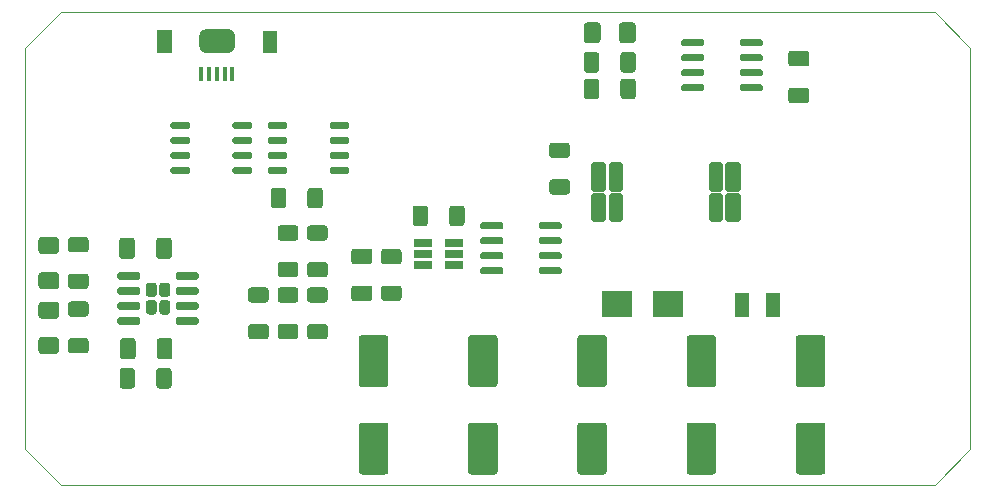
<source format=gbr>
%TF.GenerationSoftware,KiCad,Pcbnew,(5.1.10)-1*%
%TF.CreationDate,2021-06-27T16:28:37+02:00*%
%TF.ProjectId,BatteryBoost,42617474-6572-4794-926f-6f73742e6b69,rev?*%
%TF.SameCoordinates,Original*%
%TF.FileFunction,Paste,Top*%
%TF.FilePolarity,Positive*%
%FSLAX46Y46*%
G04 Gerber Fmt 4.6, Leading zero omitted, Abs format (unit mm)*
G04 Created by KiCad (PCBNEW (5.1.10)-1) date 2021-06-27 16:28:37*
%MOMM*%
%LPD*%
G01*
G04 APERTURE LIST*
%TA.AperFunction,Profile*%
%ADD10C,0.050000*%
%TD*%
%ADD11C,0.500000*%
%ADD12C,0.100000*%
%ADD13R,1.200000X2.000000*%
%ADD14R,1.560000X0.650000*%
%ADD15R,0.400000X1.250000*%
%ADD16R,2.500000X2.300000*%
G04 APERTURE END LIST*
D10*
X3000000Y-40000000D02*
X0Y-37000000D01*
X80000000Y-37000000D02*
X77000000Y-40000000D01*
X77000000Y0D02*
X80000000Y-3000000D01*
X0Y-3000000D02*
X3000000Y0D01*
X80000000Y-37000000D02*
X80000000Y-3000000D01*
X3000000Y-40000000D02*
X77000000Y-40000000D01*
X77000000Y0D02*
X3000000Y0D01*
X0Y-3000000D02*
X0Y-37000000D01*
D11*
%TO.C,L1*%
G36*
X48950000Y-15550000D02*
G01*
X48950000Y-17550000D01*
X48150000Y-17550000D01*
X48150000Y-15550000D01*
X48950000Y-15550000D01*
G37*
X48950000Y-15550000D02*
X48950000Y-17550000D01*
X48150000Y-17550000D01*
X48150000Y-15550000D01*
X48950000Y-15550000D01*
G36*
X50350000Y-15550000D02*
G01*
X50350000Y-17550000D01*
X49650000Y-17550000D01*
X49650000Y-15550000D01*
X50350000Y-15550000D01*
G37*
X50350000Y-15550000D02*
X50350000Y-17550000D01*
X49650000Y-17550000D01*
X49650000Y-15550000D01*
X50350000Y-15550000D01*
G36*
X48950000Y-12950000D02*
G01*
X48950000Y-14950000D01*
X48150000Y-14950000D01*
X48150000Y-12950000D01*
X48950000Y-12950000D01*
G37*
X48950000Y-12950000D02*
X48950000Y-14950000D01*
X48150000Y-14950000D01*
X48150000Y-12950000D01*
X48950000Y-12950000D01*
G36*
X49650000Y-14950000D02*
G01*
X49650000Y-12950000D01*
X50350000Y-12950000D01*
X50350000Y-14950000D01*
X49650000Y-14950000D01*
G37*
X49650000Y-14950000D02*
X49650000Y-12950000D01*
X50350000Y-12950000D01*
X50350000Y-14950000D01*
X49650000Y-14950000D01*
G36*
X58150000Y-14950000D02*
G01*
X58150000Y-12950000D01*
X58850000Y-12950000D01*
X58850000Y-14950000D01*
X58150000Y-14950000D01*
G37*
X58150000Y-14950000D02*
X58150000Y-12950000D01*
X58850000Y-12950000D01*
X58850000Y-14950000D01*
X58150000Y-14950000D01*
G36*
X58850000Y-15550000D02*
G01*
X58850000Y-17550000D01*
X58150000Y-17550000D01*
X58150000Y-15550000D01*
X58850000Y-15550000D01*
G37*
X58850000Y-15550000D02*
X58850000Y-17550000D01*
X58150000Y-17550000D01*
X58150000Y-15550000D01*
X58850000Y-15550000D01*
G36*
X59550000Y-17550000D02*
G01*
X59550000Y-15550000D01*
X60350000Y-15550000D01*
X60350000Y-17550000D01*
X59550000Y-17550000D01*
G37*
X59550000Y-17550000D02*
X59550000Y-15550000D01*
X60350000Y-15550000D01*
X60350000Y-17550000D01*
X59550000Y-17550000D01*
G36*
X59550000Y-14950000D02*
G01*
X59550000Y-12950000D01*
X60350000Y-12950000D01*
X60350000Y-14950000D01*
X59550000Y-14950000D01*
G37*
X59550000Y-14950000D02*
X59550000Y-12950000D01*
X60350000Y-12950000D01*
X60350000Y-14950000D01*
X59550000Y-14950000D01*
D12*
%TO.C,J5*%
G36*
X20150000Y-1600000D02*
G01*
X21250000Y-1600000D01*
X21250000Y-3350000D01*
X20150000Y-3350000D01*
X20150000Y-1600000D01*
G37*
X20150000Y-1600000D02*
X21250000Y-1600000D01*
X21250000Y-3350000D01*
X20150000Y-3350000D01*
X20150000Y-1600000D01*
G36*
X12350000Y-3350000D02*
G01*
X11200000Y-3350000D01*
X11200000Y-1550000D01*
X12350000Y-1550000D01*
X12350000Y-3350000D01*
G37*
X12350000Y-3350000D02*
X11200000Y-3350000D01*
X11200000Y-1550000D01*
X12350000Y-1550000D01*
X12350000Y-3350000D01*
%TD*%
D13*
%TO.C,L2*%
X63300000Y-24800000D03*
X60700000Y-24800000D03*
%TD*%
D14*
%TO.C,U3*%
X36350000Y-21450000D03*
X36350000Y-20500000D03*
X36350000Y-19550000D03*
X33650000Y-19550000D03*
X33650000Y-21450000D03*
X33650000Y-20500000D03*
%TD*%
%TO.C,R16*%
G36*
G01*
X32800000Y-17875000D02*
X32800000Y-16625000D01*
G75*
G02*
X33050000Y-16375000I250000J0D01*
G01*
X33850000Y-16375000D01*
G75*
G02*
X34100000Y-16625000I0J-250000D01*
G01*
X34100000Y-17875000D01*
G75*
G02*
X33850000Y-18125000I-250000J0D01*
G01*
X33050000Y-18125000D01*
G75*
G02*
X32800000Y-17875000I0J250000D01*
G01*
G37*
G36*
G01*
X35900000Y-17875000D02*
X35900000Y-16625000D01*
G75*
G02*
X36150000Y-16375000I250000J0D01*
G01*
X36950000Y-16375000D01*
G75*
G02*
X37200000Y-16625000I0J-250000D01*
G01*
X37200000Y-17875000D01*
G75*
G02*
X36950000Y-18125000I-250000J0D01*
G01*
X36150000Y-18125000D01*
G75*
G02*
X35900000Y-17875000I0J250000D01*
G01*
G37*
%TD*%
%TO.C,R15*%
G36*
G01*
X31625000Y-24450000D02*
X30375000Y-24450000D01*
G75*
G02*
X30125000Y-24200000I0J250000D01*
G01*
X30125000Y-23400000D01*
G75*
G02*
X30375000Y-23150000I250000J0D01*
G01*
X31625000Y-23150000D01*
G75*
G02*
X31875000Y-23400000I0J-250000D01*
G01*
X31875000Y-24200000D01*
G75*
G02*
X31625000Y-24450000I-250000J0D01*
G01*
G37*
G36*
G01*
X31625000Y-21350000D02*
X30375000Y-21350000D01*
G75*
G02*
X30125000Y-21100000I0J250000D01*
G01*
X30125000Y-20300000D01*
G75*
G02*
X30375000Y-20050000I250000J0D01*
G01*
X31625000Y-20050000D01*
G75*
G02*
X31875000Y-20300000I0J-250000D01*
G01*
X31875000Y-21100000D01*
G75*
G02*
X31625000Y-21350000I-250000J0D01*
G01*
G37*
%TD*%
%TO.C,Q4*%
G36*
G01*
X38550000Y-18245000D02*
X38550000Y-17945000D01*
G75*
G02*
X38700000Y-17795000I150000J0D01*
G01*
X40350000Y-17795000D01*
G75*
G02*
X40500000Y-17945000I0J-150000D01*
G01*
X40500000Y-18245000D01*
G75*
G02*
X40350000Y-18395000I-150000J0D01*
G01*
X38700000Y-18395000D01*
G75*
G02*
X38550000Y-18245000I0J150000D01*
G01*
G37*
G36*
G01*
X38550000Y-19515000D02*
X38550000Y-19215000D01*
G75*
G02*
X38700000Y-19065000I150000J0D01*
G01*
X40350000Y-19065000D01*
G75*
G02*
X40500000Y-19215000I0J-150000D01*
G01*
X40500000Y-19515000D01*
G75*
G02*
X40350000Y-19665000I-150000J0D01*
G01*
X38700000Y-19665000D01*
G75*
G02*
X38550000Y-19515000I0J150000D01*
G01*
G37*
G36*
G01*
X38550000Y-20785000D02*
X38550000Y-20485000D01*
G75*
G02*
X38700000Y-20335000I150000J0D01*
G01*
X40350000Y-20335000D01*
G75*
G02*
X40500000Y-20485000I0J-150000D01*
G01*
X40500000Y-20785000D01*
G75*
G02*
X40350000Y-20935000I-150000J0D01*
G01*
X38700000Y-20935000D01*
G75*
G02*
X38550000Y-20785000I0J150000D01*
G01*
G37*
G36*
G01*
X38550000Y-22055000D02*
X38550000Y-21755000D01*
G75*
G02*
X38700000Y-21605000I150000J0D01*
G01*
X40350000Y-21605000D01*
G75*
G02*
X40500000Y-21755000I0J-150000D01*
G01*
X40500000Y-22055000D01*
G75*
G02*
X40350000Y-22205000I-150000J0D01*
G01*
X38700000Y-22205000D01*
G75*
G02*
X38550000Y-22055000I0J150000D01*
G01*
G37*
G36*
G01*
X43500000Y-22055000D02*
X43500000Y-21755000D01*
G75*
G02*
X43650000Y-21605000I150000J0D01*
G01*
X45300000Y-21605000D01*
G75*
G02*
X45450000Y-21755000I0J-150000D01*
G01*
X45450000Y-22055000D01*
G75*
G02*
X45300000Y-22205000I-150000J0D01*
G01*
X43650000Y-22205000D01*
G75*
G02*
X43500000Y-22055000I0J150000D01*
G01*
G37*
G36*
G01*
X43500000Y-20785000D02*
X43500000Y-20485000D01*
G75*
G02*
X43650000Y-20335000I150000J0D01*
G01*
X45300000Y-20335000D01*
G75*
G02*
X45450000Y-20485000I0J-150000D01*
G01*
X45450000Y-20785000D01*
G75*
G02*
X45300000Y-20935000I-150000J0D01*
G01*
X43650000Y-20935000D01*
G75*
G02*
X43500000Y-20785000I0J150000D01*
G01*
G37*
G36*
G01*
X43500000Y-19515000D02*
X43500000Y-19215000D01*
G75*
G02*
X43650000Y-19065000I150000J0D01*
G01*
X45300000Y-19065000D01*
G75*
G02*
X45450000Y-19215000I0J-150000D01*
G01*
X45450000Y-19515000D01*
G75*
G02*
X45300000Y-19665000I-150000J0D01*
G01*
X43650000Y-19665000D01*
G75*
G02*
X43500000Y-19515000I0J150000D01*
G01*
G37*
G36*
G01*
X43500000Y-18245000D02*
X43500000Y-17945000D01*
G75*
G02*
X43650000Y-17795000I150000J0D01*
G01*
X45300000Y-17795000D01*
G75*
G02*
X45450000Y-17945000I0J-150000D01*
G01*
X45450000Y-18245000D01*
G75*
G02*
X45300000Y-18395000I-150000J0D01*
G01*
X43650000Y-18395000D01*
G75*
G02*
X43500000Y-18245000I0J150000D01*
G01*
G37*
%TD*%
%TO.C,C9*%
G36*
G01*
X27849999Y-20025000D02*
X29150001Y-20025000D01*
G75*
G02*
X29400000Y-20274999I0J-249999D01*
G01*
X29400000Y-21100001D01*
G75*
G02*
X29150001Y-21350000I-249999J0D01*
G01*
X27849999Y-21350000D01*
G75*
G02*
X27600000Y-21100001I0J249999D01*
G01*
X27600000Y-20274999D01*
G75*
G02*
X27849999Y-20025000I249999J0D01*
G01*
G37*
G36*
G01*
X27849999Y-23150000D02*
X29150001Y-23150000D01*
G75*
G02*
X29400000Y-23399999I0J-249999D01*
G01*
X29400000Y-24225001D01*
G75*
G02*
X29150001Y-24475000I-249999J0D01*
G01*
X27849999Y-24475000D01*
G75*
G02*
X27600000Y-24225001I0J249999D01*
G01*
X27600000Y-23399999D01*
G75*
G02*
X27849999Y-23150000I249999J0D01*
G01*
G37*
%TD*%
%TO.C,C3*%
G36*
G01*
X64849999Y-3275000D02*
X66150001Y-3275000D01*
G75*
G02*
X66400000Y-3524999I0J-249999D01*
G01*
X66400000Y-4350001D01*
G75*
G02*
X66150001Y-4600000I-249999J0D01*
G01*
X64849999Y-4600000D01*
G75*
G02*
X64600000Y-4350001I0J249999D01*
G01*
X64600000Y-3524999D01*
G75*
G02*
X64849999Y-3275000I249999J0D01*
G01*
G37*
G36*
G01*
X64849999Y-6400000D02*
X66150001Y-6400000D01*
G75*
G02*
X66400000Y-6649999I0J-249999D01*
G01*
X66400000Y-7475001D01*
G75*
G02*
X66150001Y-7725000I-249999J0D01*
G01*
X64849999Y-7725000D01*
G75*
G02*
X64600000Y-7475001I0J249999D01*
G01*
X64600000Y-6649999D01*
G75*
G02*
X64849999Y-6400000I249999J0D01*
G01*
G37*
%TD*%
%TO.C,R2*%
G36*
G01*
X44625000Y-14150000D02*
X45875000Y-14150000D01*
G75*
G02*
X46125000Y-14400000I0J-250000D01*
G01*
X46125000Y-15200000D01*
G75*
G02*
X45875000Y-15450000I-250000J0D01*
G01*
X44625000Y-15450000D01*
G75*
G02*
X44375000Y-15200000I0J250000D01*
G01*
X44375000Y-14400000D01*
G75*
G02*
X44625000Y-14150000I250000J0D01*
G01*
G37*
G36*
G01*
X44625000Y-11050000D02*
X45875000Y-11050000D01*
G75*
G02*
X46125000Y-11300000I0J-250000D01*
G01*
X46125000Y-12100000D01*
G75*
G02*
X45875000Y-12350000I-250000J0D01*
G01*
X44625000Y-12350000D01*
G75*
G02*
X44375000Y-12100000I0J250000D01*
G01*
X44375000Y-11300000D01*
G75*
G02*
X44625000Y-11050000I250000J0D01*
G01*
G37*
%TD*%
%TO.C,R10*%
G36*
G01*
X22100000Y-15125000D02*
X22100000Y-16375000D01*
G75*
G02*
X21850000Y-16625000I-250000J0D01*
G01*
X21050000Y-16625000D01*
G75*
G02*
X20800000Y-16375000I0J250000D01*
G01*
X20800000Y-15125000D01*
G75*
G02*
X21050000Y-14875000I250000J0D01*
G01*
X21850000Y-14875000D01*
G75*
G02*
X22100000Y-15125000I0J-250000D01*
G01*
G37*
G36*
G01*
X25200000Y-15125000D02*
X25200000Y-16375000D01*
G75*
G02*
X24950000Y-16625000I-250000J0D01*
G01*
X24150000Y-16625000D01*
G75*
G02*
X23900000Y-16375000I0J250000D01*
G01*
X23900000Y-15125000D01*
G75*
G02*
X24150000Y-14875000I250000J0D01*
G01*
X24950000Y-14875000D01*
G75*
G02*
X25200000Y-15125000I0J-250000D01*
G01*
G37*
%TD*%
%TO.C,Q1*%
G36*
G01*
X20550000Y-9745000D02*
X20550000Y-9445000D01*
G75*
G02*
X20700000Y-9295000I150000J0D01*
G01*
X22050000Y-9295000D01*
G75*
G02*
X22200000Y-9445000I0J-150000D01*
G01*
X22200000Y-9745000D01*
G75*
G02*
X22050000Y-9895000I-150000J0D01*
G01*
X20700000Y-9895000D01*
G75*
G02*
X20550000Y-9745000I0J150000D01*
G01*
G37*
G36*
G01*
X20550000Y-11015000D02*
X20550000Y-10715000D01*
G75*
G02*
X20700000Y-10565000I150000J0D01*
G01*
X22050000Y-10565000D01*
G75*
G02*
X22200000Y-10715000I0J-150000D01*
G01*
X22200000Y-11015000D01*
G75*
G02*
X22050000Y-11165000I-150000J0D01*
G01*
X20700000Y-11165000D01*
G75*
G02*
X20550000Y-11015000I0J150000D01*
G01*
G37*
G36*
G01*
X20550000Y-12285000D02*
X20550000Y-11985000D01*
G75*
G02*
X20700000Y-11835000I150000J0D01*
G01*
X22050000Y-11835000D01*
G75*
G02*
X22200000Y-11985000I0J-150000D01*
G01*
X22200000Y-12285000D01*
G75*
G02*
X22050000Y-12435000I-150000J0D01*
G01*
X20700000Y-12435000D01*
G75*
G02*
X20550000Y-12285000I0J150000D01*
G01*
G37*
G36*
G01*
X20550000Y-13555000D02*
X20550000Y-13255000D01*
G75*
G02*
X20700000Y-13105000I150000J0D01*
G01*
X22050000Y-13105000D01*
G75*
G02*
X22200000Y-13255000I0J-150000D01*
G01*
X22200000Y-13555000D01*
G75*
G02*
X22050000Y-13705000I-150000J0D01*
G01*
X20700000Y-13705000D01*
G75*
G02*
X20550000Y-13555000I0J150000D01*
G01*
G37*
G36*
G01*
X25800000Y-13555000D02*
X25800000Y-13255000D01*
G75*
G02*
X25950000Y-13105000I150000J0D01*
G01*
X27300000Y-13105000D01*
G75*
G02*
X27450000Y-13255000I0J-150000D01*
G01*
X27450000Y-13555000D01*
G75*
G02*
X27300000Y-13705000I-150000J0D01*
G01*
X25950000Y-13705000D01*
G75*
G02*
X25800000Y-13555000I0J150000D01*
G01*
G37*
G36*
G01*
X25800000Y-12285000D02*
X25800000Y-11985000D01*
G75*
G02*
X25950000Y-11835000I150000J0D01*
G01*
X27300000Y-11835000D01*
G75*
G02*
X27450000Y-11985000I0J-150000D01*
G01*
X27450000Y-12285000D01*
G75*
G02*
X27300000Y-12435000I-150000J0D01*
G01*
X25950000Y-12435000D01*
G75*
G02*
X25800000Y-12285000I0J150000D01*
G01*
G37*
G36*
G01*
X25800000Y-11015000D02*
X25800000Y-10715000D01*
G75*
G02*
X25950000Y-10565000I150000J0D01*
G01*
X27300000Y-10565000D01*
G75*
G02*
X27450000Y-10715000I0J-150000D01*
G01*
X27450000Y-11015000D01*
G75*
G02*
X27300000Y-11165000I-150000J0D01*
G01*
X25950000Y-11165000D01*
G75*
G02*
X25800000Y-11015000I0J150000D01*
G01*
G37*
G36*
G01*
X25800000Y-9745000D02*
X25800000Y-9445000D01*
G75*
G02*
X25950000Y-9295000I150000J0D01*
G01*
X27300000Y-9295000D01*
G75*
G02*
X27450000Y-9445000I0J-150000D01*
G01*
X27450000Y-9745000D01*
G75*
G02*
X27300000Y-9895000I-150000J0D01*
G01*
X25950000Y-9895000D01*
G75*
G02*
X25800000Y-9745000I0J150000D01*
G01*
G37*
%TD*%
%TO.C,Q2*%
G36*
G01*
X13950000Y-13255000D02*
X13950000Y-13555000D01*
G75*
G02*
X13800000Y-13705000I-150000J0D01*
G01*
X12450000Y-13705000D01*
G75*
G02*
X12300000Y-13555000I0J150000D01*
G01*
X12300000Y-13255000D01*
G75*
G02*
X12450000Y-13105000I150000J0D01*
G01*
X13800000Y-13105000D01*
G75*
G02*
X13950000Y-13255000I0J-150000D01*
G01*
G37*
G36*
G01*
X13950000Y-11985000D02*
X13950000Y-12285000D01*
G75*
G02*
X13800000Y-12435000I-150000J0D01*
G01*
X12450000Y-12435000D01*
G75*
G02*
X12300000Y-12285000I0J150000D01*
G01*
X12300000Y-11985000D01*
G75*
G02*
X12450000Y-11835000I150000J0D01*
G01*
X13800000Y-11835000D01*
G75*
G02*
X13950000Y-11985000I0J-150000D01*
G01*
G37*
G36*
G01*
X13950000Y-10715000D02*
X13950000Y-11015000D01*
G75*
G02*
X13800000Y-11165000I-150000J0D01*
G01*
X12450000Y-11165000D01*
G75*
G02*
X12300000Y-11015000I0J150000D01*
G01*
X12300000Y-10715000D01*
G75*
G02*
X12450000Y-10565000I150000J0D01*
G01*
X13800000Y-10565000D01*
G75*
G02*
X13950000Y-10715000I0J-150000D01*
G01*
G37*
G36*
G01*
X13950000Y-9445000D02*
X13950000Y-9745000D01*
G75*
G02*
X13800000Y-9895000I-150000J0D01*
G01*
X12450000Y-9895000D01*
G75*
G02*
X12300000Y-9745000I0J150000D01*
G01*
X12300000Y-9445000D01*
G75*
G02*
X12450000Y-9295000I150000J0D01*
G01*
X13800000Y-9295000D01*
G75*
G02*
X13950000Y-9445000I0J-150000D01*
G01*
G37*
G36*
G01*
X19200000Y-9445000D02*
X19200000Y-9745000D01*
G75*
G02*
X19050000Y-9895000I-150000J0D01*
G01*
X17700000Y-9895000D01*
G75*
G02*
X17550000Y-9745000I0J150000D01*
G01*
X17550000Y-9445000D01*
G75*
G02*
X17700000Y-9295000I150000J0D01*
G01*
X19050000Y-9295000D01*
G75*
G02*
X19200000Y-9445000I0J-150000D01*
G01*
G37*
G36*
G01*
X19200000Y-10715000D02*
X19200000Y-11015000D01*
G75*
G02*
X19050000Y-11165000I-150000J0D01*
G01*
X17700000Y-11165000D01*
G75*
G02*
X17550000Y-11015000I0J150000D01*
G01*
X17550000Y-10715000D01*
G75*
G02*
X17700000Y-10565000I150000J0D01*
G01*
X19050000Y-10565000D01*
G75*
G02*
X19200000Y-10715000I0J-150000D01*
G01*
G37*
G36*
G01*
X19200000Y-11985000D02*
X19200000Y-12285000D01*
G75*
G02*
X19050000Y-12435000I-150000J0D01*
G01*
X17700000Y-12435000D01*
G75*
G02*
X17550000Y-12285000I0J150000D01*
G01*
X17550000Y-11985000D01*
G75*
G02*
X17700000Y-11835000I150000J0D01*
G01*
X19050000Y-11835000D01*
G75*
G02*
X19200000Y-11985000I0J-150000D01*
G01*
G37*
G36*
G01*
X19200000Y-13255000D02*
X19200000Y-13555000D01*
G75*
G02*
X19050000Y-13705000I-150000J0D01*
G01*
X17700000Y-13705000D01*
G75*
G02*
X17550000Y-13555000I0J150000D01*
G01*
X17550000Y-13255000D01*
G75*
G02*
X17700000Y-13105000I150000J0D01*
G01*
X19050000Y-13105000D01*
G75*
G02*
X19200000Y-13255000I0J-150000D01*
G01*
G37*
%TD*%
%TO.C,U2*%
G36*
G01*
X14700000Y-26005000D02*
X14700000Y-26305000D01*
G75*
G02*
X14550000Y-26455000I-150000J0D01*
G01*
X12900000Y-26455000D01*
G75*
G02*
X12750000Y-26305000I0J150000D01*
G01*
X12750000Y-26005000D01*
G75*
G02*
X12900000Y-25855000I150000J0D01*
G01*
X14550000Y-25855000D01*
G75*
G02*
X14700000Y-26005000I0J-150000D01*
G01*
G37*
G36*
G01*
X14700000Y-24735000D02*
X14700000Y-25035000D01*
G75*
G02*
X14550000Y-25185000I-150000J0D01*
G01*
X12900000Y-25185000D01*
G75*
G02*
X12750000Y-25035000I0J150000D01*
G01*
X12750000Y-24735000D01*
G75*
G02*
X12900000Y-24585000I150000J0D01*
G01*
X14550000Y-24585000D01*
G75*
G02*
X14700000Y-24735000I0J-150000D01*
G01*
G37*
G36*
G01*
X14700000Y-23465000D02*
X14700000Y-23765000D01*
G75*
G02*
X14550000Y-23915000I-150000J0D01*
G01*
X12900000Y-23915000D01*
G75*
G02*
X12750000Y-23765000I0J150000D01*
G01*
X12750000Y-23465000D01*
G75*
G02*
X12900000Y-23315000I150000J0D01*
G01*
X14550000Y-23315000D01*
G75*
G02*
X14700000Y-23465000I0J-150000D01*
G01*
G37*
G36*
G01*
X14700000Y-22195000D02*
X14700000Y-22495000D01*
G75*
G02*
X14550000Y-22645000I-150000J0D01*
G01*
X12900000Y-22645000D01*
G75*
G02*
X12750000Y-22495000I0J150000D01*
G01*
X12750000Y-22195000D01*
G75*
G02*
X12900000Y-22045000I150000J0D01*
G01*
X14550000Y-22045000D01*
G75*
G02*
X14700000Y-22195000I0J-150000D01*
G01*
G37*
G36*
G01*
X9750000Y-22195000D02*
X9750000Y-22495000D01*
G75*
G02*
X9600000Y-22645000I-150000J0D01*
G01*
X7950000Y-22645000D01*
G75*
G02*
X7800000Y-22495000I0J150000D01*
G01*
X7800000Y-22195000D01*
G75*
G02*
X7950000Y-22045000I150000J0D01*
G01*
X9600000Y-22045000D01*
G75*
G02*
X9750000Y-22195000I0J-150000D01*
G01*
G37*
G36*
G01*
X9750000Y-23465000D02*
X9750000Y-23765000D01*
G75*
G02*
X9600000Y-23915000I-150000J0D01*
G01*
X7950000Y-23915000D01*
G75*
G02*
X7800000Y-23765000I0J150000D01*
G01*
X7800000Y-23465000D01*
G75*
G02*
X7950000Y-23315000I150000J0D01*
G01*
X9600000Y-23315000D01*
G75*
G02*
X9750000Y-23465000I0J-150000D01*
G01*
G37*
G36*
G01*
X9750000Y-24735000D02*
X9750000Y-25035000D01*
G75*
G02*
X9600000Y-25185000I-150000J0D01*
G01*
X7950000Y-25185000D01*
G75*
G02*
X7800000Y-25035000I0J150000D01*
G01*
X7800000Y-24735000D01*
G75*
G02*
X7950000Y-24585000I150000J0D01*
G01*
X9600000Y-24585000D01*
G75*
G02*
X9750000Y-24735000I0J-150000D01*
G01*
G37*
G36*
G01*
X9750000Y-26005000D02*
X9750000Y-26305000D01*
G75*
G02*
X9600000Y-26455000I-150000J0D01*
G01*
X7950000Y-26455000D01*
G75*
G02*
X7800000Y-26305000I0J150000D01*
G01*
X7800000Y-26005000D01*
G75*
G02*
X7950000Y-25855000I150000J0D01*
G01*
X9600000Y-25855000D01*
G75*
G02*
X9750000Y-26005000I0J-150000D01*
G01*
G37*
G36*
G01*
X12280000Y-24625000D02*
X12280000Y-25375000D01*
G75*
G02*
X12050000Y-25605000I-230000J0D01*
G01*
X11590000Y-25605000D01*
G75*
G02*
X11360000Y-25375000I0J230000D01*
G01*
X11360000Y-24625000D01*
G75*
G02*
X11590000Y-24395000I230000J0D01*
G01*
X12050000Y-24395000D01*
G75*
G02*
X12280000Y-24625000I0J-230000D01*
G01*
G37*
G36*
G01*
X12280000Y-23125000D02*
X12280000Y-23875000D01*
G75*
G02*
X12050000Y-24105000I-230000J0D01*
G01*
X11590000Y-24105000D01*
G75*
G02*
X11360000Y-23875000I0J230000D01*
G01*
X11360000Y-23125000D01*
G75*
G02*
X11590000Y-22895000I230000J0D01*
G01*
X12050000Y-22895000D01*
G75*
G02*
X12280000Y-23125000I0J-230000D01*
G01*
G37*
G36*
G01*
X11140000Y-24625000D02*
X11140000Y-25375000D01*
G75*
G02*
X10910000Y-25605000I-230000J0D01*
G01*
X10450000Y-25605000D01*
G75*
G02*
X10220000Y-25375000I0J230000D01*
G01*
X10220000Y-24625000D01*
G75*
G02*
X10450000Y-24395000I230000J0D01*
G01*
X10910000Y-24395000D01*
G75*
G02*
X11140000Y-24625000I0J-230000D01*
G01*
G37*
G36*
G01*
X11140000Y-23125000D02*
X11140000Y-23875000D01*
G75*
G02*
X10910000Y-24105000I-230000J0D01*
G01*
X10450000Y-24105000D01*
G75*
G02*
X10220000Y-23875000I0J230000D01*
G01*
X10220000Y-23125000D01*
G75*
G02*
X10450000Y-22895000I230000J0D01*
G01*
X10910000Y-22895000D01*
G75*
G02*
X11140000Y-23125000I0J-230000D01*
G01*
G37*
%TD*%
%TO.C,U1*%
G36*
G01*
X57500000Y-6255000D02*
X57500000Y-6555000D01*
G75*
G02*
X57350000Y-6705000I-150000J0D01*
G01*
X55700000Y-6705000D01*
G75*
G02*
X55550000Y-6555000I0J150000D01*
G01*
X55550000Y-6255000D01*
G75*
G02*
X55700000Y-6105000I150000J0D01*
G01*
X57350000Y-6105000D01*
G75*
G02*
X57500000Y-6255000I0J-150000D01*
G01*
G37*
G36*
G01*
X57500000Y-4985000D02*
X57500000Y-5285000D01*
G75*
G02*
X57350000Y-5435000I-150000J0D01*
G01*
X55700000Y-5435000D01*
G75*
G02*
X55550000Y-5285000I0J150000D01*
G01*
X55550000Y-4985000D01*
G75*
G02*
X55700000Y-4835000I150000J0D01*
G01*
X57350000Y-4835000D01*
G75*
G02*
X57500000Y-4985000I0J-150000D01*
G01*
G37*
G36*
G01*
X57500000Y-3715000D02*
X57500000Y-4015000D01*
G75*
G02*
X57350000Y-4165000I-150000J0D01*
G01*
X55700000Y-4165000D01*
G75*
G02*
X55550000Y-4015000I0J150000D01*
G01*
X55550000Y-3715000D01*
G75*
G02*
X55700000Y-3565000I150000J0D01*
G01*
X57350000Y-3565000D01*
G75*
G02*
X57500000Y-3715000I0J-150000D01*
G01*
G37*
G36*
G01*
X57500000Y-2445000D02*
X57500000Y-2745000D01*
G75*
G02*
X57350000Y-2895000I-150000J0D01*
G01*
X55700000Y-2895000D01*
G75*
G02*
X55550000Y-2745000I0J150000D01*
G01*
X55550000Y-2445000D01*
G75*
G02*
X55700000Y-2295000I150000J0D01*
G01*
X57350000Y-2295000D01*
G75*
G02*
X57500000Y-2445000I0J-150000D01*
G01*
G37*
G36*
G01*
X62450000Y-2445000D02*
X62450000Y-2745000D01*
G75*
G02*
X62300000Y-2895000I-150000J0D01*
G01*
X60650000Y-2895000D01*
G75*
G02*
X60500000Y-2745000I0J150000D01*
G01*
X60500000Y-2445000D01*
G75*
G02*
X60650000Y-2295000I150000J0D01*
G01*
X62300000Y-2295000D01*
G75*
G02*
X62450000Y-2445000I0J-150000D01*
G01*
G37*
G36*
G01*
X62450000Y-3715000D02*
X62450000Y-4015000D01*
G75*
G02*
X62300000Y-4165000I-150000J0D01*
G01*
X60650000Y-4165000D01*
G75*
G02*
X60500000Y-4015000I0J150000D01*
G01*
X60500000Y-3715000D01*
G75*
G02*
X60650000Y-3565000I150000J0D01*
G01*
X62300000Y-3565000D01*
G75*
G02*
X62450000Y-3715000I0J-150000D01*
G01*
G37*
G36*
G01*
X62450000Y-4985000D02*
X62450000Y-5285000D01*
G75*
G02*
X62300000Y-5435000I-150000J0D01*
G01*
X60650000Y-5435000D01*
G75*
G02*
X60500000Y-5285000I0J150000D01*
G01*
X60500000Y-4985000D01*
G75*
G02*
X60650000Y-4835000I150000J0D01*
G01*
X62300000Y-4835000D01*
G75*
G02*
X62450000Y-4985000I0J-150000D01*
G01*
G37*
G36*
G01*
X62450000Y-6255000D02*
X62450000Y-6555000D01*
G75*
G02*
X62300000Y-6705000I-150000J0D01*
G01*
X60650000Y-6705000D01*
G75*
G02*
X60500000Y-6555000I0J150000D01*
G01*
X60500000Y-6255000D01*
G75*
G02*
X60650000Y-6105000I150000J0D01*
G01*
X62300000Y-6105000D01*
G75*
G02*
X62450000Y-6255000I0J-150000D01*
G01*
G37*
%TD*%
%TO.C,R12*%
G36*
G01*
X47300000Y-4875000D02*
X47300000Y-3625000D01*
G75*
G02*
X47550000Y-3375000I250000J0D01*
G01*
X48350000Y-3375000D01*
G75*
G02*
X48600000Y-3625000I0J-250000D01*
G01*
X48600000Y-4875000D01*
G75*
G02*
X48350000Y-5125000I-250000J0D01*
G01*
X47550000Y-5125000D01*
G75*
G02*
X47300000Y-4875000I0J250000D01*
G01*
G37*
G36*
G01*
X50400000Y-4875000D02*
X50400000Y-3625000D01*
G75*
G02*
X50650000Y-3375000I250000J0D01*
G01*
X51450000Y-3375000D01*
G75*
G02*
X51700000Y-3625000I0J-250000D01*
G01*
X51700000Y-4875000D01*
G75*
G02*
X51450000Y-5125000I-250000J0D01*
G01*
X50650000Y-5125000D01*
G75*
G02*
X50400000Y-4875000I0J250000D01*
G01*
G37*
%TD*%
%TO.C,R11*%
G36*
G01*
X12400000Y-30375000D02*
X12400000Y-31625000D01*
G75*
G02*
X12150000Y-31875000I-250000J0D01*
G01*
X11350000Y-31875000D01*
G75*
G02*
X11100000Y-31625000I0J250000D01*
G01*
X11100000Y-30375000D01*
G75*
G02*
X11350000Y-30125000I250000J0D01*
G01*
X12150000Y-30125000D01*
G75*
G02*
X12400000Y-30375000I0J-250000D01*
G01*
G37*
G36*
G01*
X9300000Y-30375000D02*
X9300000Y-31625000D01*
G75*
G02*
X9050000Y-31875000I-250000J0D01*
G01*
X8250000Y-31875000D01*
G75*
G02*
X8000000Y-31625000I0J250000D01*
G01*
X8000000Y-30375000D01*
G75*
G02*
X8250000Y-30125000I250000J0D01*
G01*
X9050000Y-30125000D01*
G75*
G02*
X9300000Y-30375000I0J-250000D01*
G01*
G37*
%TD*%
%TO.C,R9*%
G36*
G01*
X21625000Y-18050000D02*
X22875000Y-18050000D01*
G75*
G02*
X23125000Y-18300000I0J-250000D01*
G01*
X23125000Y-19100000D01*
G75*
G02*
X22875000Y-19350000I-250000J0D01*
G01*
X21625000Y-19350000D01*
G75*
G02*
X21375000Y-19100000I0J250000D01*
G01*
X21375000Y-18300000D01*
G75*
G02*
X21625000Y-18050000I250000J0D01*
G01*
G37*
G36*
G01*
X21625000Y-21150000D02*
X22875000Y-21150000D01*
G75*
G02*
X23125000Y-21400000I0J-250000D01*
G01*
X23125000Y-22200000D01*
G75*
G02*
X22875000Y-22450000I-250000J0D01*
G01*
X21625000Y-22450000D01*
G75*
G02*
X21375000Y-22200000I0J250000D01*
G01*
X21375000Y-21400000D01*
G75*
G02*
X21625000Y-21150000I250000J0D01*
G01*
G37*
%TD*%
%TO.C,R8*%
G36*
G01*
X5125000Y-25800000D02*
X3875000Y-25800000D01*
G75*
G02*
X3625000Y-25550000I0J250000D01*
G01*
X3625000Y-24750000D01*
G75*
G02*
X3875000Y-24500000I250000J0D01*
G01*
X5125000Y-24500000D01*
G75*
G02*
X5375000Y-24750000I0J-250000D01*
G01*
X5375000Y-25550000D01*
G75*
G02*
X5125000Y-25800000I-250000J0D01*
G01*
G37*
G36*
G01*
X5125000Y-28900000D02*
X3875000Y-28900000D01*
G75*
G02*
X3625000Y-28650000I0J250000D01*
G01*
X3625000Y-27850000D01*
G75*
G02*
X3875000Y-27600000I250000J0D01*
G01*
X5125000Y-27600000D01*
G75*
G02*
X5375000Y-27850000I0J-250000D01*
G01*
X5375000Y-28650000D01*
G75*
G02*
X5125000Y-28900000I-250000J0D01*
G01*
G37*
%TD*%
%TO.C,R7*%
G36*
G01*
X21625000Y-23300000D02*
X22875000Y-23300000D01*
G75*
G02*
X23125000Y-23550000I0J-250000D01*
G01*
X23125000Y-24350000D01*
G75*
G02*
X22875000Y-24600000I-250000J0D01*
G01*
X21625000Y-24600000D01*
G75*
G02*
X21375000Y-24350000I0J250000D01*
G01*
X21375000Y-23550000D01*
G75*
G02*
X21625000Y-23300000I250000J0D01*
G01*
G37*
G36*
G01*
X21625000Y-26400000D02*
X22875000Y-26400000D01*
G75*
G02*
X23125000Y-26650000I0J-250000D01*
G01*
X23125000Y-27450000D01*
G75*
G02*
X22875000Y-27700000I-250000J0D01*
G01*
X21625000Y-27700000D01*
G75*
G02*
X21375000Y-27450000I0J250000D01*
G01*
X21375000Y-26650000D01*
G75*
G02*
X21625000Y-26400000I250000J0D01*
G01*
G37*
%TD*%
%TO.C,R6*%
G36*
G01*
X25375000Y-22450000D02*
X24125000Y-22450000D01*
G75*
G02*
X23875000Y-22200000I0J250000D01*
G01*
X23875000Y-21400000D01*
G75*
G02*
X24125000Y-21150000I250000J0D01*
G01*
X25375000Y-21150000D01*
G75*
G02*
X25625000Y-21400000I0J-250000D01*
G01*
X25625000Y-22200000D01*
G75*
G02*
X25375000Y-22450000I-250000J0D01*
G01*
G37*
G36*
G01*
X25375000Y-19350000D02*
X24125000Y-19350000D01*
G75*
G02*
X23875000Y-19100000I0J250000D01*
G01*
X23875000Y-18300000D01*
G75*
G02*
X24125000Y-18050000I250000J0D01*
G01*
X25375000Y-18050000D01*
G75*
G02*
X25625000Y-18300000I0J-250000D01*
G01*
X25625000Y-19100000D01*
G75*
G02*
X25375000Y-19350000I-250000J0D01*
G01*
G37*
%TD*%
%TO.C,R5*%
G36*
G01*
X3875000Y-22150000D02*
X5125000Y-22150000D01*
G75*
G02*
X5375000Y-22400000I0J-250000D01*
G01*
X5375000Y-23200000D01*
G75*
G02*
X5125000Y-23450000I-250000J0D01*
G01*
X3875000Y-23450000D01*
G75*
G02*
X3625000Y-23200000I0J250000D01*
G01*
X3625000Y-22400000D01*
G75*
G02*
X3875000Y-22150000I250000J0D01*
G01*
G37*
G36*
G01*
X3875000Y-19050000D02*
X5125000Y-19050000D01*
G75*
G02*
X5375000Y-19300000I0J-250000D01*
G01*
X5375000Y-20100000D01*
G75*
G02*
X5125000Y-20350000I-250000J0D01*
G01*
X3875000Y-20350000D01*
G75*
G02*
X3625000Y-20100000I0J250000D01*
G01*
X3625000Y-19300000D01*
G75*
G02*
X3875000Y-19050000I250000J0D01*
G01*
G37*
%TD*%
%TO.C,R4*%
G36*
G01*
X19125000Y-23300000D02*
X20375000Y-23300000D01*
G75*
G02*
X20625000Y-23550000I0J-250000D01*
G01*
X20625000Y-24350000D01*
G75*
G02*
X20375000Y-24600000I-250000J0D01*
G01*
X19125000Y-24600000D01*
G75*
G02*
X18875000Y-24350000I0J250000D01*
G01*
X18875000Y-23550000D01*
G75*
G02*
X19125000Y-23300000I250000J0D01*
G01*
G37*
G36*
G01*
X19125000Y-26400000D02*
X20375000Y-26400000D01*
G75*
G02*
X20625000Y-26650000I0J-250000D01*
G01*
X20625000Y-27450000D01*
G75*
G02*
X20375000Y-27700000I-250000J0D01*
G01*
X19125000Y-27700000D01*
G75*
G02*
X18875000Y-27450000I0J250000D01*
G01*
X18875000Y-26650000D01*
G75*
G02*
X19125000Y-26400000I250000J0D01*
G01*
G37*
%TD*%
%TO.C,R3*%
G36*
G01*
X25375000Y-27700000D02*
X24125000Y-27700000D01*
G75*
G02*
X23875000Y-27450000I0J250000D01*
G01*
X23875000Y-26650000D01*
G75*
G02*
X24125000Y-26400000I250000J0D01*
G01*
X25375000Y-26400000D01*
G75*
G02*
X25625000Y-26650000I0J-250000D01*
G01*
X25625000Y-27450000D01*
G75*
G02*
X25375000Y-27700000I-250000J0D01*
G01*
G37*
G36*
G01*
X25375000Y-24600000D02*
X24125000Y-24600000D01*
G75*
G02*
X23875000Y-24350000I0J250000D01*
G01*
X23875000Y-23550000D01*
G75*
G02*
X24125000Y-23300000I250000J0D01*
G01*
X25375000Y-23300000D01*
G75*
G02*
X25625000Y-23550000I0J-250000D01*
G01*
X25625000Y-24350000D01*
G75*
G02*
X25375000Y-24600000I-250000J0D01*
G01*
G37*
%TD*%
%TO.C,R1*%
G36*
G01*
X51700000Y-5875000D02*
X51700000Y-7125000D01*
G75*
G02*
X51450000Y-7375000I-250000J0D01*
G01*
X50650000Y-7375000D01*
G75*
G02*
X50400000Y-7125000I0J250000D01*
G01*
X50400000Y-5875000D01*
G75*
G02*
X50650000Y-5625000I250000J0D01*
G01*
X51450000Y-5625000D01*
G75*
G02*
X51700000Y-5875000I0J-250000D01*
G01*
G37*
G36*
G01*
X48600000Y-5875000D02*
X48600000Y-7125000D01*
G75*
G02*
X48350000Y-7375000I-250000J0D01*
G01*
X47550000Y-7375000D01*
G75*
G02*
X47300000Y-7125000I0J250000D01*
G01*
X47300000Y-5875000D01*
G75*
G02*
X47550000Y-5625000I250000J0D01*
G01*
X48350000Y-5625000D01*
G75*
G02*
X48600000Y-5875000I0J-250000D01*
G01*
G37*
%TD*%
%TO.C,J5*%
G36*
G01*
X17750000Y-1950000D02*
X17750000Y-2950000D01*
G75*
G02*
X17250000Y-3450000I-500000J0D01*
G01*
X15250000Y-3450000D01*
G75*
G02*
X14750000Y-2950000I0J500000D01*
G01*
X14750000Y-1950000D01*
G75*
G02*
X15250000Y-1450000I500000J0D01*
G01*
X17250000Y-1450000D01*
G75*
G02*
X17750000Y-1950000I0J-500000D01*
G01*
G37*
D15*
X14900000Y-5250000D03*
X15600000Y-5250000D03*
X16250000Y-5250000D03*
X16900000Y-5250000D03*
X17550000Y-5250000D03*
%TD*%
%TO.C,D4*%
G36*
G01*
X50275000Y-2375000D02*
X50275000Y-1125000D01*
G75*
G02*
X50525000Y-875000I250000J0D01*
G01*
X51450000Y-875000D01*
G75*
G02*
X51700000Y-1125000I0J-250000D01*
G01*
X51700000Y-2375000D01*
G75*
G02*
X51450000Y-2625000I-250000J0D01*
G01*
X50525000Y-2625000D01*
G75*
G02*
X50275000Y-2375000I0J250000D01*
G01*
G37*
G36*
G01*
X47300000Y-2375000D02*
X47300000Y-1125000D01*
G75*
G02*
X47550000Y-875000I250000J0D01*
G01*
X48475000Y-875000D01*
G75*
G02*
X48725000Y-1125000I0J-250000D01*
G01*
X48725000Y-2375000D01*
G75*
G02*
X48475000Y-2625000I-250000J0D01*
G01*
X47550000Y-2625000D01*
G75*
G02*
X47300000Y-2375000I0J250000D01*
G01*
G37*
%TD*%
%TO.C,D3*%
G36*
G01*
X2625000Y-25962500D02*
X1375000Y-25962500D01*
G75*
G02*
X1125000Y-25712500I0J250000D01*
G01*
X1125000Y-24787500D01*
G75*
G02*
X1375000Y-24537500I250000J0D01*
G01*
X2625000Y-24537500D01*
G75*
G02*
X2875000Y-24787500I0J-250000D01*
G01*
X2875000Y-25712500D01*
G75*
G02*
X2625000Y-25962500I-250000J0D01*
G01*
G37*
G36*
G01*
X2625000Y-28937500D02*
X1375000Y-28937500D01*
G75*
G02*
X1125000Y-28687500I0J250000D01*
G01*
X1125000Y-27762500D01*
G75*
G02*
X1375000Y-27512500I250000J0D01*
G01*
X2625000Y-27512500D01*
G75*
G02*
X2875000Y-27762500I0J-250000D01*
G01*
X2875000Y-28687500D01*
G75*
G02*
X2625000Y-28937500I-250000J0D01*
G01*
G37*
%TD*%
D16*
%TO.C,D2*%
X50100000Y-24750000D03*
X54400000Y-24750000D03*
%TD*%
%TO.C,D1*%
G36*
G01*
X2625000Y-20475000D02*
X1375000Y-20475000D01*
G75*
G02*
X1125000Y-20225000I0J250000D01*
G01*
X1125000Y-19300000D01*
G75*
G02*
X1375000Y-19050000I250000J0D01*
G01*
X2625000Y-19050000D01*
G75*
G02*
X2875000Y-19300000I0J-250000D01*
G01*
X2875000Y-20225000D01*
G75*
G02*
X2625000Y-20475000I-250000J0D01*
G01*
G37*
G36*
G01*
X2625000Y-23450000D02*
X1375000Y-23450000D01*
G75*
G02*
X1125000Y-23200000I0J250000D01*
G01*
X1125000Y-22275000D01*
G75*
G02*
X1375000Y-22025000I250000J0D01*
G01*
X2625000Y-22025000D01*
G75*
G02*
X2875000Y-22275000I0J-250000D01*
G01*
X2875000Y-23200000D01*
G75*
G02*
X2625000Y-23450000I-250000J0D01*
G01*
G37*
%TD*%
%TO.C,C8*%
G36*
G01*
X56250000Y-34750000D02*
X58250000Y-34750000D01*
G75*
G02*
X58500000Y-35000000I0J-250000D01*
G01*
X58500000Y-38900000D01*
G75*
G02*
X58250000Y-39150000I-250000J0D01*
G01*
X56250000Y-39150000D01*
G75*
G02*
X56000000Y-38900000I0J250000D01*
G01*
X56000000Y-35000000D01*
G75*
G02*
X56250000Y-34750000I250000J0D01*
G01*
G37*
G36*
G01*
X56250000Y-27350000D02*
X58250000Y-27350000D01*
G75*
G02*
X58500000Y-27600000I0J-250000D01*
G01*
X58500000Y-31500000D01*
G75*
G02*
X58250000Y-31750000I-250000J0D01*
G01*
X56250000Y-31750000D01*
G75*
G02*
X56000000Y-31500000I0J250000D01*
G01*
X56000000Y-27600000D01*
G75*
G02*
X56250000Y-27350000I250000J0D01*
G01*
G37*
%TD*%
%TO.C,C7*%
G36*
G01*
X37750000Y-34750000D02*
X39750000Y-34750000D01*
G75*
G02*
X40000000Y-35000000I0J-250000D01*
G01*
X40000000Y-38900000D01*
G75*
G02*
X39750000Y-39150000I-250000J0D01*
G01*
X37750000Y-39150000D01*
G75*
G02*
X37500000Y-38900000I0J250000D01*
G01*
X37500000Y-35000000D01*
G75*
G02*
X37750000Y-34750000I250000J0D01*
G01*
G37*
G36*
G01*
X37750000Y-27350000D02*
X39750000Y-27350000D01*
G75*
G02*
X40000000Y-27600000I0J-250000D01*
G01*
X40000000Y-31500000D01*
G75*
G02*
X39750000Y-31750000I-250000J0D01*
G01*
X37750000Y-31750000D01*
G75*
G02*
X37500000Y-31500000I0J250000D01*
G01*
X37500000Y-27600000D01*
G75*
G02*
X37750000Y-27350000I250000J0D01*
G01*
G37*
%TD*%
%TO.C,C6*%
G36*
G01*
X65500000Y-34750000D02*
X67500000Y-34750000D01*
G75*
G02*
X67750000Y-35000000I0J-250000D01*
G01*
X67750000Y-38900000D01*
G75*
G02*
X67500000Y-39150000I-250000J0D01*
G01*
X65500000Y-39150000D01*
G75*
G02*
X65250000Y-38900000I0J250000D01*
G01*
X65250000Y-35000000D01*
G75*
G02*
X65500000Y-34750000I250000J0D01*
G01*
G37*
G36*
G01*
X65500000Y-27350000D02*
X67500000Y-27350000D01*
G75*
G02*
X67750000Y-27600000I0J-250000D01*
G01*
X67750000Y-31500000D01*
G75*
G02*
X67500000Y-31750000I-250000J0D01*
G01*
X65500000Y-31750000D01*
G75*
G02*
X65250000Y-31500000I0J250000D01*
G01*
X65250000Y-27600000D01*
G75*
G02*
X65500000Y-27350000I250000J0D01*
G01*
G37*
%TD*%
%TO.C,C5*%
G36*
G01*
X11087500Y-20650001D02*
X11087500Y-19349999D01*
G75*
G02*
X11337499Y-19100000I249999J0D01*
G01*
X12162501Y-19100000D01*
G75*
G02*
X12412500Y-19349999I0J-249999D01*
G01*
X12412500Y-20650001D01*
G75*
G02*
X12162501Y-20900000I-249999J0D01*
G01*
X11337499Y-20900000D01*
G75*
G02*
X11087500Y-20650001I0J249999D01*
G01*
G37*
G36*
G01*
X7962500Y-20650001D02*
X7962500Y-19349999D01*
G75*
G02*
X8212499Y-19100000I249999J0D01*
G01*
X9037501Y-19100000D01*
G75*
G02*
X9287500Y-19349999I0J-249999D01*
G01*
X9287500Y-20650001D01*
G75*
G02*
X9037501Y-20900000I-249999J0D01*
G01*
X8212499Y-20900000D01*
G75*
G02*
X7962500Y-20650001I0J249999D01*
G01*
G37*
%TD*%
%TO.C,C4*%
G36*
G01*
X47000000Y-34750000D02*
X49000000Y-34750000D01*
G75*
G02*
X49250000Y-35000000I0J-250000D01*
G01*
X49250000Y-38900000D01*
G75*
G02*
X49000000Y-39150000I-250000J0D01*
G01*
X47000000Y-39150000D01*
G75*
G02*
X46750000Y-38900000I0J250000D01*
G01*
X46750000Y-35000000D01*
G75*
G02*
X47000000Y-34750000I250000J0D01*
G01*
G37*
G36*
G01*
X47000000Y-27350000D02*
X49000000Y-27350000D01*
G75*
G02*
X49250000Y-27600000I0J-250000D01*
G01*
X49250000Y-31500000D01*
G75*
G02*
X49000000Y-31750000I-250000J0D01*
G01*
X47000000Y-31750000D01*
G75*
G02*
X46750000Y-31500000I0J250000D01*
G01*
X46750000Y-27600000D01*
G75*
G02*
X47000000Y-27350000I250000J0D01*
G01*
G37*
%TD*%
%TO.C,C2*%
G36*
G01*
X11150000Y-29150001D02*
X11150000Y-27849999D01*
G75*
G02*
X11399999Y-27600000I249999J0D01*
G01*
X12225001Y-27600000D01*
G75*
G02*
X12475000Y-27849999I0J-249999D01*
G01*
X12475000Y-29150001D01*
G75*
G02*
X12225001Y-29400000I-249999J0D01*
G01*
X11399999Y-29400000D01*
G75*
G02*
X11150000Y-29150001I0J249999D01*
G01*
G37*
G36*
G01*
X8025000Y-29150001D02*
X8025000Y-27849999D01*
G75*
G02*
X8274999Y-27600000I249999J0D01*
G01*
X9100001Y-27600000D01*
G75*
G02*
X9350000Y-27849999I0J-249999D01*
G01*
X9350000Y-29150001D01*
G75*
G02*
X9100001Y-29400000I-249999J0D01*
G01*
X8274999Y-29400000D01*
G75*
G02*
X8025000Y-29150001I0J249999D01*
G01*
G37*
%TD*%
%TO.C,C1*%
G36*
G01*
X28500000Y-34750000D02*
X30500000Y-34750000D01*
G75*
G02*
X30750000Y-35000000I0J-250000D01*
G01*
X30750000Y-38900000D01*
G75*
G02*
X30500000Y-39150000I-250000J0D01*
G01*
X28500000Y-39150000D01*
G75*
G02*
X28250000Y-38900000I0J250000D01*
G01*
X28250000Y-35000000D01*
G75*
G02*
X28500000Y-34750000I250000J0D01*
G01*
G37*
G36*
G01*
X28500000Y-27350000D02*
X30500000Y-27350000D01*
G75*
G02*
X30750000Y-27600000I0J-250000D01*
G01*
X30750000Y-31500000D01*
G75*
G02*
X30500000Y-31750000I-250000J0D01*
G01*
X28500000Y-31750000D01*
G75*
G02*
X28250000Y-31500000I0J250000D01*
G01*
X28250000Y-27600000D01*
G75*
G02*
X28500000Y-27350000I250000J0D01*
G01*
G37*
%TD*%
M02*

</source>
